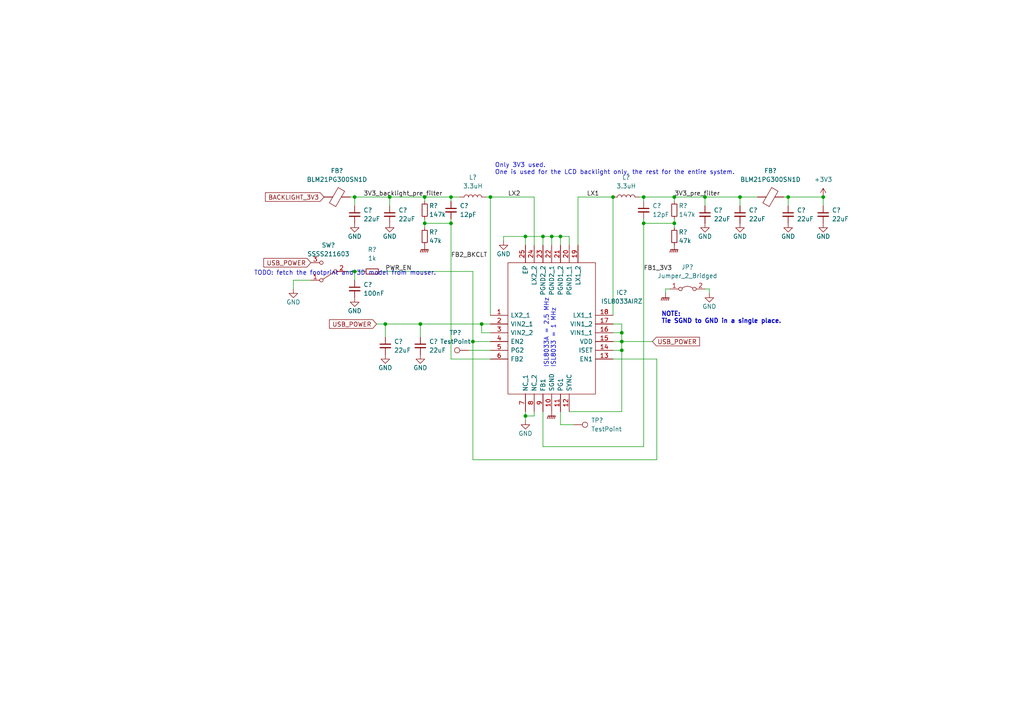
<source format=kicad_sch>
(kicad_sch (version 20211123) (generator eeschema)
  (paper "A4")
  (lib_symbols
    (symbol "Connector:TestPoint" (pin_numbers hide) (pin_names (offset 0.762) hide)
      (property "Reference" "TP" (at 0 6.858 0))
      (property "Value" "TestPoint" (at 0 5.08 0))
      (symbol "TestPoint_0_1"
        (circle (center 0 3.302) (radius 0.762))
      )
      (symbol "TestPoint_1_1"
        (pin passive line (at 0 0 90) (length 2.54) (name "1") (number "1"))
      )
    )
    (symbol "Device:C_Small" (pin_numbers hide) (pin_names (offset 0.254) hide)
      (property "Reference" "C" (at 0.254 1.778 0))
      (property "Value" "C_Small" (at 0.254 -2.032 0))
      (symbol "C_Small_0_1"
        (polyline (pts (xy -1.524 -0.508) (xy 1.524 -0.508)) (stroke (width 0.3302)))
        (polyline (pts (xy -1.524 0.508) (xy 1.524 0.508)) (stroke (width 0.3048)))
      )
      (symbol "C_Small_1_1"
        (pin passive line (at 0 2.54 270) (length 2.032) (name "~") (number "1"))
        (pin passive line (at 0 -2.54 90) (length 2.032) (name "~") (number "2"))
      )
    )
    (symbol "Device:FerriteBead" (pin_numbers hide) (pin_names (offset 0))
      (property "Reference" "FB" (at -3.81 0.635 90))
      (property "Value" "FerriteBead" (at 3.81 0 90))
      (symbol "FerriteBead_0_1"
        (polyline (pts (xy 0 -1.27) (xy 0 -1.2192)))
        (polyline (pts (xy 0 1.27) (xy 0 1.2954)))
        (polyline (pts (xy -2.7686 0.4064) (xy -1.7018 2.2606) (xy 2.7686 -0.3048) (xy 1.6764 -2.159) (xy -2.7686 0.4064)))
      )
      (symbol "FerriteBead_1_1"
        (pin passive line (at 0 3.81 270) (length 2.54) (name "~") (number "1"))
        (pin passive line (at 0 -3.81 90) (length 2.54) (name "~") (number "2"))
      )
    )
    (symbol "Device:L" (pin_numbers hide) (pin_names (offset 1.016) hide)
      (property "Reference" "L" (at -1.27 0 90))
      (property "Value" "L" (at 1.905 0 90))
      (symbol "L_0_1"
        (arc (start 0 -2.54) (mid 0.635 -1.905) (end 0 -1.27))
        (arc (start 0 -1.27) (mid 0.635 -0.635) (end 0 0))
        (arc (start 0 0) (mid 0.635 0.635) (end 0 1.27))
        (arc (start 0 1.27) (mid 0.635 1.905) (end 0 2.54))
      )
      (symbol "L_1_1"
        (pin passive line (at 0 3.81 270) (length 1.27) (name "1") (number "1"))
        (pin passive line (at 0 -3.81 90) (length 1.27) (name "2") (number "2"))
      )
    )
    (symbol "Device:R_Small" (pin_numbers hide) (pin_names (offset 0.254) hide)
      (property "Reference" "R" (at 0.762 0.508 0))
      (property "Value" "R_Small" (at 0.762 -1.016 0))
      (symbol "R_Small_0_1"
        (rectangle (start -0.762 1.778) (end 0.762 -1.778) (stroke (width 0.2032)))
      )
      (symbol "R_Small_1_1"
        (pin passive line (at 0 2.54 270) (length 0.762) (name "~") (number "1"))
        (pin passive line (at 0 -2.54 90) (length 0.762) (name "~") (number "2"))
      )
    )
    (symbol "Jumper:Jumper_2_Bridged" (pin_names (offset 0) hide)
      (property "Reference" "JP" (at 0 1.905 0))
      (property "Value" "Jumper_2_Bridged" (at 0 -2.54 0))
      (symbol "Jumper_2_Bridged_0_0"
        (circle (center -2.032 0) (radius 0.508))
        (circle (center 2.032 0) (radius 0.508))
      )
      (symbol "Jumper_2_Bridged_0_1"
        (arc (start 1.524 0.254) (mid 0 0.762) (end -1.524 0.254))
      )
      (symbol "Jumper_2_Bridged_1_1"
        (pin passive line (at -5.08 0 0) (length 2.54) (name "A") (number "1"))
        (pin passive line (at 5.08 0 180) (length 2.54) (name "B") (number "2"))
      )
    )
    (symbol "SamacSys_Parts:ISL8033AIRZ" (pin_names (offset 0.762))
      (property "Reference" "IC" (at 31.75 20.32 0))
      (property "Value" "ISL8033AIRZ" (at 31.75 17.78 0))
      (symbol "ISL8033AIRZ_0_0"
        (pin passive line (at 0 0 0) (length 5.08) (name "LX2_1") (number "1"))
        (pin passive line (at 17.78 -27.94 90) (length 5.08) (name "SGND") (number "10"))
        (pin passive line (at 20.32 -27.94 90) (length 5.08) (name "PG1") (number "11"))
        (pin passive line (at 22.86 -27.94 90) (length 5.08) (name "SYNC") (number "12"))
        (pin passive line (at 35.56 -12.7 180) (length 5.08) (name "EN1") (number "13"))
        (pin passive line (at 35.56 -10.16 180) (length 5.08) (name "ISET") (number "14"))
        (pin passive line (at 35.56 -7.62 180) (length 5.08) (name "VDD") (number "15"))
        (pin passive line (at 35.56 -5.08 180) (length 5.08) (name "VIN1_1") (number "16"))
        (pin passive line (at 35.56 -2.54 180) (length 5.08) (name "VIN1_2") (number "17"))
        (pin passive line (at 35.56 0 180) (length 5.08) (name "LX1_1") (number "18"))
        (pin passive line (at 25.4 20.32 270) (length 5.08) (name "LX1_2") (number "19"))
        (pin passive line (at 0 -2.54 0) (length 5.08) (name "VIN2_1") (number "2"))
        (pin passive line (at 22.86 20.32 270) (length 5.08) (name "PGND1_1") (number "20"))
        (pin passive line (at 20.32 20.32 270) (length 5.08) (name "PGND1_2") (number "21"))
        (pin passive line (at 17.78 20.32 270) (length 5.08) (name "PGND2_1") (number "22"))
        (pin passive line (at 15.24 20.32 270) (length 5.08) (name "PGND2_2") (number "23"))
        (pin passive line (at 12.7 20.32 270) (length 5.08) (name "LX2_2") (number "24"))
        (pin passive line (at 10.16 20.32 270) (length 5.08) (name "EP") (number "25"))
        (pin passive line (at 0 -5.08 0) (length 5.08) (name "VIN2_2") (number "3"))
        (pin passive line (at 0 -7.62 0) (length 5.08) (name "EN2") (number "4"))
        (pin passive line (at 0 -10.16 0) (length 5.08) (name "PG2") (number "5"))
        (pin passive line (at 0 -12.7 0) (length 5.08) (name "FB2") (number "6"))
        (pin passive line (at 10.16 -27.94 90) (length 5.08) (name "NC_1") (number "7"))
        (pin passive line (at 12.7 -27.94 90) (length 5.08) (name "NC_2") (number "8"))
        (pin passive line (at 15.24 -27.94 90) (length 5.08) (name "FB1") (number "9"))
      )
      (symbol "ISL8033AIRZ_0_1"
        (polyline (pts (xy 5.08 15.24) (xy 30.48 15.24) (xy 30.48 -22.86) (xy 5.08 -22.86) (xy 5.08 15.24)) (stroke (width 0.1524)))
      )
    )
    (symbol "Switch:SW_SPDT" (pin_names (offset 0) hide)
      (property "Reference" "SW" (at 0 4.318 0))
      (property "Value" "SW_SPDT" (at 0 -5.08 0))
      (symbol "SW_SPDT_0_0"
        (circle (center -2.032 0) (radius 0.508))
        (circle (center 2.032 -2.54) (radius 0.508))
      )
      (symbol "SW_SPDT_0_1"
        (polyline (pts (xy -1.524 0.254) (xy 1.651 2.286)))
        (circle (center 2.032 2.54) (radius 0.508))
      )
      (symbol "SW_SPDT_1_1"
        (pin passive line (at 5.08 2.54 180) (length 2.54) (name "A") (number "1"))
        (pin passive line (at -5.08 0 0) (length 2.54) (name "B") (number "2"))
        (pin passive line (at 5.08 -2.54 180) (length 2.54) (name "C") (number "3"))
      )
    )
    (symbol "power:+3V3" (power) (pin_names (offset 0))
      (property "Value" "+3V3" (at 0 3.556 0))
      (symbol "+3V3_0_1"
        (polyline (pts (xy -0.762 1.27) (xy 0 2.54)))
        (polyline (pts (xy 0 0) (xy 0 2.54)))
        (polyline (pts (xy 0 2.54) (xy 0.762 1.27)))
      )
      (symbol "+3V3_1_1"
        (pin power_in line (at 0 0 90) (length 0) hide (name "+3V3") (number "1"))
      )
    )
    (symbol "power:GND" (power) (pin_names (offset 0))
      (property "Value" "GND" (at 0 -3.81 0))
      (symbol "GND_0_1"
        (polyline (pts (xy 0 0) (xy 0 -1.27) (xy 1.27 -1.27) (xy 0 -2.54) (xy -1.27 -1.27) (xy 0 -1.27)))
      )
      (symbol "GND_1_1"
        (pin power_in line (at 0 0 270) (length 0) hide (name "GND") (number "1"))
      )
    )
    (symbol "power:GNDPWR" (power) (pin_names (offset 0))
      (property "Value" "GNDPWR" (at 0 -3.302 0))
      (symbol "GNDPWR_0_1"
        (polyline (pts (xy 0 -1.27) (xy 0 0)))
        (polyline (pts (xy -1.016 -1.27) (xy -1.27 -2.032) (xy -1.27 -2.032)) (stroke (width 0.2032)))
        (polyline (pts (xy -0.508 -1.27) (xy -0.762 -2.032) (xy -0.762 -2.032)) (stroke (width 0.2032)))
        (polyline (pts (xy 0 -1.27) (xy -0.254 -2.032) (xy -0.254 -2.032)) (stroke (width 0.2032)))
        (polyline (pts (xy 0.508 -1.27) (xy 0.254 -2.032) (xy 0.254 -2.032)) (stroke (width 0.2032)))
        (polyline (pts (xy 1.016 -1.27) (xy -1.016 -1.27) (xy -1.016 -1.27)) (stroke (width 0.2032)))
        (polyline (pts (xy 1.016 -1.27) (xy 0.762 -2.032) (xy 0.762 -2.032) (xy 0.762 -2.032)) (stroke (width 0.2032)))
      )
      (symbol "GNDPWR_1_1"
        (pin power_in line (at 0 0 270) (length 0) hide (name "GNDPWR") (number "1"))
      )
    )
  )
  (junction (at 228.6 57.15))
  (junction (at 160.02 68.58))
  (junction (at 123.19 57.15))
  (junction (at 195.58 64.77))
  (junction (at 157.48 68.58))
  (junction (at 152.4 68.58))
  (junction (at 214.63 57.15))
  (junction (at 121.92 93.98))
  (junction (at 180.34 96.52))
  (junction (at 111.76 93.98))
  (junction (at 130.81 57.15))
  (junction (at 186.69 64.77))
  (junction (at 123.19 64.77))
  (junction (at 238.76 57.15))
  (junction (at 102.87 57.15))
  (junction (at 142.24 57.15))
  (junction (at 186.69 57.15))
  (junction (at 102.87 78.74))
  (junction (at 180.34 99.06))
  (junction (at 162.56 68.58))
  (junction (at 113.03 57.15))
  (junction (at 204.47 57.15))
  (junction (at 139.7 93.98))
  (junction (at 152.4 120.65))
  (junction (at 195.58 57.15))
  (junction (at 177.8 57.15))
  (junction (at 130.81 64.77))
  (junction (at 137.16 99.06))
  (junction (at 180.34 101.6))
  (wire (pts (xy 194.31 83.82) (xy 193.04 83.82)))
  (wire (pts (xy 160.02 68.58) (xy 162.56 68.58)))
  (wire (pts (xy 180.34 96.52) (xy 180.34 99.06)))
  (wire (pts (xy 139.7 93.98) (xy 142.24 93.98)))
  (wire (pts (xy 113.03 57.15) (xy 123.19 57.15)))
  (wire (pts (xy 186.69 57.15) (xy 195.58 57.15)))
  (wire (pts (xy 195.58 64.77) (xy 195.58 66.04)))
  (wire (pts (xy 214.63 59.69) (xy 214.63 57.15)))
  (wire (pts (xy 152.4 120.65) (xy 154.94 120.65)))
  (wire (pts (xy 121.92 93.98) (xy 111.76 93.98)))
  (wire (pts (xy 121.92 97.79) (xy 121.92 93.98)))
  (wire (pts (xy 167.64 57.15) (xy 177.8 57.15)))
  (wire (pts (xy 142.24 57.15) (xy 140.97 57.15)))
  (wire (pts (xy 186.69 64.77) (xy 195.58 64.77)))
  (wire (pts (xy 177.8 101.6) (xy 180.34 101.6)))
  (wire (pts (xy 152.4 119.38) (xy 152.4 120.65)))
  (wire (pts (xy 195.58 57.15) (xy 195.58 58.42)))
  (wire (pts (xy 135.89 101.6) (xy 142.24 101.6)))
  (wire (pts (xy 102.87 57.15) (xy 113.03 57.15)))
  (wire (pts (xy 193.04 83.82) (xy 193.04 85.09)))
  (wire (pts (xy 162.56 68.58) (xy 165.1 68.58)))
  (wire (pts (xy 110.49 78.74) (xy 137.16 78.74)))
  (wire (pts (xy 180.34 93.98) (xy 180.34 96.52)))
  (wire (pts (xy 152.4 120.65) (xy 152.4 121.92)))
  (wire (pts (xy 180.34 101.6) (xy 180.34 99.06)))
  (wire (pts (xy 177.8 57.15) (xy 177.8 91.44)))
  (wire (pts (xy 227.33 57.15) (xy 228.6 57.15)))
  (wire (pts (xy 137.16 78.74) (xy 137.16 99.06)))
  (wire (pts (xy 111.76 93.98) (xy 111.76 97.79)))
  (wire (pts (xy 204.47 59.69) (xy 204.47 57.15)))
  (wire (pts (xy 152.4 68.58) (xy 146.05 68.58)))
  (wire (pts (xy 146.05 68.58) (xy 146.05 69.85)))
  (wire (pts (xy 130.81 63.5) (xy 130.81 64.77)))
  (wire (pts (xy 167.64 71.12) (xy 167.64 57.15)))
  (wire (pts (xy 157.48 129.54) (xy 157.48 119.38)))
  (wire (pts (xy 123.19 64.77) (xy 123.19 66.04)))
  (wire (pts (xy 186.69 129.54) (xy 157.48 129.54)))
  (wire (pts (xy 186.69 64.77) (xy 186.69 129.54)))
  (wire (pts (xy 195.58 63.5) (xy 195.58 64.77)))
  (wire (pts (xy 123.19 63.5) (xy 123.19 64.77)))
  (wire (pts (xy 152.4 68.58) (xy 157.48 68.58)))
  (wire (pts (xy 228.6 57.15) (xy 238.76 57.15)))
  (wire (pts (xy 137.16 99.06) (xy 142.24 99.06)))
  (wire (pts (xy 154.94 120.65) (xy 154.94 119.38)))
  (wire (pts (xy 152.4 71.12) (xy 152.4 68.58)))
  (wire (pts (xy 205.74 83.82) (xy 204.47 83.82)))
  (wire (pts (xy 166.37 123.19) (xy 162.56 123.19)))
  (wire (pts (xy 228.6 57.15) (xy 228.6 59.69)))
  (wire (pts (xy 162.56 123.19) (xy 162.56 119.38)))
  (wire (pts (xy 180.34 99.06) (xy 189.23 99.06)))
  (wire (pts (xy 186.69 63.5) (xy 186.69 64.77)))
  (wire (pts (xy 157.48 68.58) (xy 160.02 68.58)))
  (wire (pts (xy 195.58 57.15) (xy 204.47 57.15)))
  (wire (pts (xy 101.6 57.15) (xy 102.87 57.15)))
  (wire (pts (xy 85.09 81.28) (xy 90.17 81.28)))
  (wire (pts (xy 85.09 83.82) (xy 85.09 81.28)))
  (wire (pts (xy 180.34 101.6) (xy 180.34 119.38)))
  (wire (pts (xy 102.87 78.74) (xy 102.87 81.28)))
  (wire (pts (xy 123.19 58.42) (xy 123.19 57.15)))
  (wire (pts (xy 214.63 57.15) (xy 219.71 57.15)))
  (wire (pts (xy 121.92 93.98) (xy 139.7 93.98)))
  (wire (pts (xy 177.8 104.14) (xy 190.5 104.14)))
  (wire (pts (xy 190.5 133.35) (xy 190.5 104.14)))
  (wire (pts (xy 102.87 59.69) (xy 102.87 57.15)))
  (wire (pts (xy 205.74 85.09) (xy 205.74 83.82)))
  (wire (pts (xy 109.22 93.98) (xy 111.76 93.98)))
  (wire (pts (xy 238.76 57.15) (xy 238.76 59.69)))
  (wire (pts (xy 137.16 133.35) (xy 190.5 133.35)))
  (wire (pts (xy 154.94 57.15) (xy 142.24 57.15)))
  (wire (pts (xy 160.02 68.58) (xy 160.02 71.12)))
  (wire (pts (xy 186.69 57.15) (xy 186.69 58.42)))
  (wire (pts (xy 130.81 58.42) (xy 130.81 57.15)))
  (wire (pts (xy 130.81 104.14) (xy 142.24 104.14)))
  (wire (pts (xy 204.47 57.15) (xy 214.63 57.15)))
  (wire (pts (xy 102.87 78.74) (xy 105.41 78.74)))
  (wire (pts (xy 154.94 71.12) (xy 154.94 57.15)))
  (wire (pts (xy 177.8 93.98) (xy 180.34 93.98)))
  (wire (pts (xy 157.48 68.58) (xy 157.48 71.12)))
  (wire (pts (xy 165.1 68.58) (xy 165.1 71.12)))
  (wire (pts (xy 130.81 64.77) (xy 123.19 64.77)))
  (wire (pts (xy 142.24 96.52) (xy 139.7 96.52)))
  (wire (pts (xy 100.33 78.74) (xy 102.87 78.74)))
  (wire (pts (xy 113.03 59.69) (xy 113.03 57.15)))
  (wire (pts (xy 123.19 57.15) (xy 130.81 57.15)))
  (wire (pts (xy 130.81 57.15) (xy 133.35 57.15)))
  (wire (pts (xy 139.7 96.52) (xy 139.7 93.98)))
  (wire (pts (xy 142.24 91.44) (xy 142.24 57.15)))
  (wire (pts (xy 185.42 57.15) (xy 186.69 57.15)))
  (wire (pts (xy 137.16 99.06) (xy 137.16 133.35)))
  (wire (pts (xy 165.1 119.38) (xy 180.34 119.38)))
  (wire (pts (xy 130.81 64.77) (xy 130.81 104.14)))
  (wire (pts (xy 162.56 68.58) (xy 162.56 71.12)))
  (wire (pts (xy 180.34 99.06) (xy 177.8 99.06)))
  (wire (pts (xy 177.8 96.52) (xy 180.34 96.52)))
  (text "NOTE:\nTie SGND to GND in a single place." (at 191.77 93.98 0) (effects (font (size 1.27 1.27) (thickness 0.254) bold) (justify left bottom)))
  (text "TODO: fetch the footprint and 3D model from mouser. " (at 73.66 80.01 0) (effects (font (size 1.27 1.27)) (justify left bottom)))
  (text "Only 3V3 used.\nOne is used for the LCD backlight only, the rest for the entire system. " (at 143.51 50.8 0) (effects (font (size 1.27 1.27)) (justify left bottom)))
  (text "ISL8033A = 2.5 MHz\nISL8033 = 1 MHz" (at 161.29 106.68 90) (effects (font (size 1.27 1.27)) (justify left bottom)))
  (label "LX1" (at 170.18 57.15 0))
  (label "FB2_BKCLT" (at 130.81 74.93 0))
  (label "3V3_pre_filter" (at 195.58 57.15 0))
  (label "3V3_backlight_pre_filter" (at 105.41 57.15 0))
  (label "PWR_EN" (at 111.76 78.74 0))
  (label "FB1_3V3" (at 186.69 78.74 0))
  (label "LX2" (at 147.32 57.15 0))
  (global_label "USB_POWER" (shape input) (at 109.22 93.98 180) (property "Intersheet References" "${INTERSHEET_REFS}" (effects hide)))
  (global_label "USB_POWER" (shape input) (at 189.23 99.06 0) (property "Intersheet References" "${INTERSHEET_REFS}" (effects hide)))
  (global_label "BACKLIGHT_3V3" (shape input) (at 93.98 57.15 180) (property "Intersheet References" "${INTERSHEET_REFS}" (effects hide)))
  (global_label "USB_POWER" (shape input) (at 90.17 76.2 180) (property "Intersheet References" "${INTERSHEET_REFS}" (effects hide)))
  (symbol (lib_id "Connector:TestPoint") (at 166.37 123.19 270) (unit 1)
    (property "Reference" "TP?" (at 171.45 121.9199 90) (effects (justify left)))
    (property "Value" "TestPoint" (at 171.45 124.4599 90) (effects (justify left)))
    (property "Footprint" "TestPoint:TestPoint_Pad_D1.0mm" (effects hide))
  )
  (symbol (lib_id "Device:FerriteBead") (at 223.52 57.15 90) (unit 1)
    (property "Reference" "FB?" (at 223.4692 49.53 90))
    (property "Value" "BLM21PG300SN1D" (at 223.4692 52.07 90))
    (property "Footprint" "Resistor_SMD:R_0805_2012Metric" (effects hide))
    (property "LCSC" "C16903" (effects hide))
    (property "Manufacturer" "Murata" (effects hide))
  )
  (symbol (lib_id "Device:L") (at 181.61 57.15 90) (unit 1)
    (property "Reference" "L?" (at 181.61 51.435 90))
    (property "Value" "3.3uH" (at 181.61 53.975 90))
    (property "Footprint" "VLS5045EX-3R3N:IND_VLS5045EX-3R3N" (effects hide))
    (property "Datasheet" "VLS5045EX-3R3N" (effects hide))
    (property "LCSC" "C307875" (effects hide))
  )
  (symbol (lib_id "power:GND") (at 204.47 64.77 0) (unit 1)
    (property "Reference" "#PWR?" (effects hide))
    (property "Value" "GND" (at 204.47 68.58 0))
  )
  (symbol (lib_id "Device:C_Small") (at 102.87 62.23 0) (unit 1)
    (property "Reference" "C?" (at 105.41 60.9662 0) (effects (justify left)))
    (property "Value" "22uF" (at 105.41 63.5062 0) (effects (justify left)))
    (property "Footprint" "Capacitor_SMD:C_0805_2012Metric" (effects hide))
    (property "LCSC" "C45783" (effects hide))
  )
  (symbol (lib_id "Device:L") (at 137.16 57.15 90) (unit 1)
    (property "Reference" "L?" (at 137.16 51.435 90))
    (property "Value" "3.3uH" (at 137.16 53.975 90))
    (property "Footprint" "VLS5045EX-3R3N:IND_VLS5045EX-3R3N" (effects hide))
    (property "Datasheet" "VLS5045EX-3R3N" (effects hide))
    (property "LCSC" "C307875" (effects hide))
  )
  (symbol (lib_id "power:GND") (at 205.74 85.09 0) (unit 1)
    (property "Reference" "#PWR?" (effects hide))
    (property "Value" "GND" (at 205.74 88.9 0))
  )
  (symbol (lib_id "Connector:TestPoint") (at 135.89 101.6 90) (unit 1)
    (property "Reference" "TP?" (at 132.08 96.52 90))
    (property "Value" "TestPoint" (at 132.08 99.06 90))
    (property "Footprint" "TestPoint:TestPoint_Pad_D1.0mm" (effects hide))
  )
  (symbol (lib_id "power:GND") (at 238.76 64.77 0) (unit 1)
    (property "Reference" "#PWR?" (effects hide))
    (property "Value" "GND" (at 238.76 68.58 0))
  )
  (symbol (lib_id "Device:R_Small") (at 123.19 60.96 180) (unit 1)
    (property "Reference" "R?" (at 124.46 59.69 0) (effects (justify right)))
    (property "Value" "147k" (at 124.46 62.23 0) (effects (justify right)))
    (property "Footprint" "Resistor_SMD:R_0402_1005Metric" (effects hide))
    (property "LCSC" "C163489" (effects hide))
  )
  (symbol (lib_id "Device:C_Small") (at 214.63 62.23 0) (unit 1)
    (property "Reference" "C?" (at 217.17 60.9662 0) (effects (justify left)))
    (property "Value" "22uF" (at 217.17 63.5062 0) (effects (justify left)))
    (property "Footprint" "Capacitor_SMD:C_0805_2012Metric" (effects hide))
    (property "LCSC" "C45783" (effects hide))
  )
  (symbol (lib_id "power:GND") (at 214.63 64.77 0) (unit 1)
    (property "Reference" "#PWR?" (effects hide))
    (property "Value" "GND" (at 214.63 68.58 0))
  )
  (symbol (lib_id "Device:C_Small") (at 228.6 62.23 0) (unit 1)
    (property "Reference" "C?" (at 231.14 60.9662 0) (effects (justify left)))
    (property "Value" "22uF" (at 231.14 63.5062 0) (effects (justify left)))
    (property "Footprint" "Capacitor_SMD:C_0805_2012Metric" (effects hide))
    (property "LCSC" "C45783" (effects hide))
  )
  (symbol (lib_id "Device:C_Small") (at 204.47 62.23 0) (unit 1)
    (property "Reference" "C?" (at 207.01 60.9662 0) (effects (justify left)))
    (property "Value" "22uF" (at 207.01 63.5062 0) (effects (justify left)))
    (property "Footprint" "Capacitor_SMD:C_0805_2012Metric" (effects hide))
    (property "LCSC" "C45783" (effects hide))
  )
  (symbol (lib_id "power:GND") (at 113.03 64.77 0) (unit 1)
    (property "Reference" "#PWR?" (effects hide))
    (property "Value" "GND" (at 113.03 68.58 0))
  )
  (symbol (lib_id "power:GND") (at 111.76 102.87 0) (unit 1)
    (property "Reference" "#PWR?" (effects hide))
    (property "Value" "GND" (at 111.76 106.68 0))
  )
  (symbol (lib_id "power:GNDPWR") (at 193.04 85.09 0) (unit 1)
    (property "Reference" "#PWR?" (effects hide))
    (property "Value" "GNDPWR" (effects hide))
  )
  (symbol (lib_id "Device:C_Small") (at 130.81 60.96 0) (unit 1)
    (property "Reference" "C?" (at 133.35 59.6962 0) (effects (justify left)))
    (property "Value" "12pF" (at 133.35 62.2362 0) (effects (justify left)))
    (property "Footprint" "Capacitor_SMD:C_0402_1005Metric" (effects hide))
    (property "LCSC" "C1547" (effects hide))
  )
  (symbol (lib_id "Device:R_Small") (at 195.58 68.58 180) (unit 1)
    (property "Reference" "R?" (at 196.85 67.31 0) (effects (justify right)))
    (property "Value" "47k" (at 196.85 69.85 0) (effects (justify right)))
    (property "Footprint" "Resistor_SMD:R_0402_1005Metric" (effects hide))
    (property "LCSC" "C163830" (effects hide))
  )
  (symbol (lib_id "power:GND") (at 102.87 86.36 0) (unit 1)
    (property "Reference" "#PWR?" (effects hide))
    (property "Value" "GND" (at 102.87 90.17 0))
  )
  (symbol (lib_id "Device:C_Small") (at 102.87 83.82 0) (unit 1)
    (property "Reference" "C?" (at 105.41 82.5562 0) (effects (justify left)))
    (property "Value" "100nF" (at 105.41 85.0962 0) (effects (justify left)))
    (property "Footprint" "Capacitor_SMD:C_0402_1005Metric" (effects hide))
    (property "LCSC" "C1525" (effects hide))
  )
  (symbol (lib_id "power:GND") (at 228.6 64.77 0) (unit 1)
    (property "Reference" "#PWR?" (effects hide))
    (property "Value" "GND" (at 228.6 68.58 0))
  )
  (symbol (lib_id "Device:R_Small") (at 195.58 60.96 180) (unit 1)
    (property "Reference" "R?" (at 196.85 59.69 0) (effects (justify right)))
    (property "Value" "147k" (at 196.85 62.23 0) (effects (justify right)))
    (property "Footprint" "Resistor_SMD:R_0402_1005Metric" (effects hide))
    (property "LCSC" "C163489" (effects hide))
  )
  (symbol (lib_id "power:GNDPWR") (at 195.58 71.12 0) (unit 1)
    (property "Reference" "#PWR?" (effects hide))
    (property "Value" "GNDPWR" (effects hide))
  )
  (symbol (lib_id "Device:R_Small") (at 107.95 78.74 90) (unit 1)
    (property "Reference" "R?" (at 107.95 72.39 90))
    (property "Value" "1k" (at 107.95 74.93 90))
    (property "Footprint" "Resistor_SMD:R_0402_1005Metric" (effects hide))
    (property "LCSC" "C279981" (effects hide))
  )
  (symbol (lib_id "power:+3V3") (at 238.76 57.15 0) (unit 1)
    (property "Reference" "#PWR?" (effects hide))
    (property "Value" "+3V3" (at 238.76 52.07 0))
  )
  (symbol (lib_id "power:GND") (at 85.09 83.82 0) (unit 1)
    (property "Reference" "#PWR?" (effects hide))
    (property "Value" "GND" (at 85.09 87.63 0))
  )
  (symbol (lib_id "power:GNDPWR") (at 160.02 119.38 0) (unit 1)
    (property "Reference" "#PWR?" (effects hide))
    (property "Value" "GNDPWR" (effects hide))
  )
  (symbol (lib_id "Device:C_Small") (at 113.03 62.23 0) (unit 1)
    (property "Reference" "C?" (at 115.57 60.9662 0) (effects (justify left)))
    (property "Value" "22uF" (at 115.57 63.5062 0) (effects (justify left)))
    (property "Footprint" "Capacitor_SMD:C_0805_2012Metric" (effects hide))
    (property "LCSC" "C45783" (effects hide))
  )
  (symbol (lib_id "Device:C_Small") (at 111.76 100.33 0) (unit 1)
    (property "Reference" "C?" (at 114.3 99.0662 0) (effects (justify left)))
    (property "Value" "22uF" (at 114.3 101.6062 0) (effects (justify left)))
    (property "Footprint" "Capacitor_SMD:C_0805_2012Metric" (effects hide))
    (property "LCSC" "C45783" (effects hide))
  )
  (symbol (lib_id "power:GND") (at 152.4 121.92 0) (unit 1)
    (property "Reference" "#PWR?" (effects hide))
    (property "Value" "GND" (at 152.4 125.73 0))
  )
  (symbol (lib_id "SamacSys_Parts:ISL8033AIRZ") (at 142.24 91.44 0) (unit 1)
    (property "Reference" "IC?" (at 180.34 84.8612 0))
    (property "Value" "ISL8033AIRZ" (at 180.34 87.4012 0))
    (property "Footprint" "QFN50P400X400X100-25N" (effects hide))
    (property "Datasheet" "https://www.renesas.com/en-us/www/doc/datasheet/isl8033-a.pdf" (effects hide))
    (property "Description" "Integrated FET Regulators Dual 3A Low Quiescent Current High Efficiency Synchronous Buck Regulator" (effects hide))
    (property "Height" "1" (effects hide))
    (property "Manufacturer_Name" "Renesas Electronics" (effects hide))
    (property "Manufacturer_Part_Number" "ISL8033AIRZ" (effects hide))
  )
  (symbol (lib_id "Jumper:Jumper_2_Bridged") (at 199.39 83.82 0) (unit 1)
    (property "Reference" "JP?" (at 199.39 77.47 0))
    (property "Value" "Jumper_2_Bridged" (at 199.39 80.01 0))
    (property "Footprint" "Jumper:SolderJumper-2_P1.3mm_Bridged_Pad1.0x1.5mm" (effects hide))
    (property "LCSC" "N/A" (effects hide))
  )
  (symbol (lib_id "power:GND") (at 121.92 102.87 0) (unit 1)
    (property "Reference" "#PWR?" (effects hide))
    (property "Value" "GND" (at 121.92 106.68 0))
  )
  (symbol (lib_id "Device:C_Small") (at 121.92 100.33 0) (unit 1)
    (property "Reference" "C?" (at 124.46 99.0662 0) (effects (justify left)))
    (property "Value" "22uF" (at 124.46 101.6062 0) (effects (justify left)))
    (property "Footprint" "Capacitor_SMD:C_0805_2012Metric" (effects hide))
    (property "LCSC" "C45783" (effects hide))
  )
  (symbol (lib_id "Device:C_Small") (at 186.69 60.96 0) (unit 1)
    (property "Reference" "C?" (at 189.23 59.6962 0) (effects (justify left)))
    (property "Value" "12pF" (at 189.23 62.2362 0) (effects (justify left)))
    (property "Footprint" "Capacitor_SMD:C_0402_1005Metric" (effects hide))
    (property "LCSC" "C1547" (effects hide))
  )
  (symbol (lib_id "Device:FerriteBead") (at 97.79 57.15 90) (unit 1)
    (property "Reference" "FB?" (at 97.7392 49.53 90))
    (property "Value" "BLM21PG300SN1D" (at 97.7392 52.07 90))
    (property "Footprint" "Resistor_SMD:R_0805_2012Metric" (effects hide))
    (property "LCSC" "C16903" (effects hide))
    (property "Manufacturer" "Murata" (effects hide))
  )
  (symbol (lib_id "Switch:SW_SPDT") (at 95.25 78.74 180) (unit 1)
    (property "Reference" "SW?" (at 95.25 71.12 0))
    (property "Value" "SSSS211603" (at 95.25 73.66 0))
    (property "LCSC" "C125040" (effects hide))
    (property "Manufacturer" "Alps Alpine" (effects hide))
  )
  (symbol (lib_id "power:GND") (at 102.87 64.77 0) (unit 1)
    (property "Reference" "#PWR?" (effects hide))
    (property "Value" "GND" (at 102.87 68.58 0))
  )
  (symbol (lib_id "power:GNDPWR") (at 123.19 71.12 0) (unit 1)
    (property "Reference" "#PWR?" (effects hide))
    (property "Value" "GNDPWR" (effects hide))
  )
  (symbol (lib_id "Device:C_Small") (at 238.76 62.23 0) (unit 1)
    (property "Reference" "C?" (at 241.3 60.9662 0) (effects (justify left)))
    (property "Value" "22uF" (at 241.3 63.5062 0) (effects (justify left)))
    (property "Footprint" "Capacitor_SMD:C_0805_2012Metric" (effects hide))
    (property "LCSC" "C45783" (effects hide))
  )
  (symbol (lib_id "power:GND") (at 146.05 69.85 0) (unit 1)
    (property "Reference" "#PWR?" (effects hide))
    (property "Value" "GND" (at 146.05 73.66 0))
  )
  (symbol (lib_id "Device:R_Small") (at 123.19 68.58 180) (unit 1)
    (property "Reference" "R?" (at 124.46 67.31 0) (effects (justify right)))
    (property "Value" "47k" (at 124.46 69.85 0) (effects (justify right)))
    (property "Footprint" "Resistor_SMD:R_0402_1005Metric" (effects hide))
    (property "LCSC" "C163830" (effects hide))
  )
)
</source>
